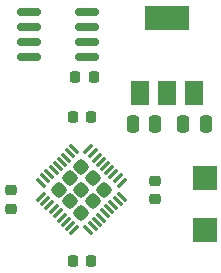
<source format=gbr>
%TF.GenerationSoftware,KiCad,Pcbnew,7.0.7-2.fc38*%
%TF.CreationDate,2023-11-16T23:20:59-08:00*%
%TF.ProjectId,TinySparrow,54696e79-5370-4617-9272-6f772e6b6963,rev?*%
%TF.SameCoordinates,Original*%
%TF.FileFunction,Paste,Top*%
%TF.FilePolarity,Positive*%
%FSLAX46Y46*%
G04 Gerber Fmt 4.6, Leading zero omitted, Abs format (unit mm)*
G04 Created by KiCad (PCBNEW 7.0.7-2.fc38) date 2023-11-16 23:20:59*
%MOMM*%
%LPD*%
G01*
G04 APERTURE LIST*
G04 Aperture macros list*
%AMRoundRect*
0 Rectangle with rounded corners*
0 $1 Rounding radius*
0 $2 $3 $4 $5 $6 $7 $8 $9 X,Y pos of 4 corners*
0 Add a 4 corners polygon primitive as box body*
4,1,4,$2,$3,$4,$5,$6,$7,$8,$9,$2,$3,0*
0 Add four circle primitives for the rounded corners*
1,1,$1+$1,$2,$3*
1,1,$1+$1,$4,$5*
1,1,$1+$1,$6,$7*
1,1,$1+$1,$8,$9*
0 Add four rect primitives between the rounded corners*
20,1,$1+$1,$2,$3,$4,$5,0*
20,1,$1+$1,$4,$5,$6,$7,0*
20,1,$1+$1,$6,$7,$8,$9,0*
20,1,$1+$1,$8,$9,$2,$3,0*%
G04 Aperture macros list end*
%ADD10RoundRect,0.250000X0.250000X0.475000X-0.250000X0.475000X-0.250000X-0.475000X0.250000X-0.475000X0*%
%ADD11RoundRect,0.250000X0.000000X-0.424264X0.424264X0.000000X0.000000X0.424264X-0.424264X0.000000X0*%
%ADD12RoundRect,0.062500X-0.291682X-0.380070X0.380070X0.291682X0.291682X0.380070X-0.380070X-0.291682X0*%
%ADD13RoundRect,0.062500X0.291682X-0.380070X0.380070X-0.291682X-0.291682X0.380070X-0.380070X0.291682X0*%
%ADD14R,2.000000X2.000000*%
%ADD15RoundRect,0.225000X0.225000X0.250000X-0.225000X0.250000X-0.225000X-0.250000X0.225000X-0.250000X0*%
%ADD16RoundRect,0.225000X-0.250000X0.225000X-0.250000X-0.225000X0.250000X-0.225000X0.250000X0.225000X0*%
%ADD17RoundRect,0.225000X0.250000X-0.225000X0.250000X0.225000X-0.250000X0.225000X-0.250000X-0.225000X0*%
%ADD18RoundRect,0.225000X-0.225000X-0.250000X0.225000X-0.250000X0.225000X0.250000X-0.225000X0.250000X0*%
%ADD19R,1.500000X2.000000*%
%ADD20R,3.800000X2.000000*%
%ADD21RoundRect,0.150000X0.825000X0.150000X-0.825000X0.150000X-0.825000X-0.150000X0.825000X-0.150000X0*%
G04 APERTURE END LIST*
D10*
%TO.C,C6*%
X187400000Y-93200000D03*
X185500000Y-93200000D03*
%TD*%
D11*
%TO.C,U1*%
X179231263Y-98768736D03*
X180200000Y-99737472D03*
X181168736Y-100706209D03*
X180200000Y-97800000D03*
X181168736Y-98768736D03*
X182137472Y-99737472D03*
X181168736Y-96831263D03*
X182137472Y-97800000D03*
X183106209Y-98768736D03*
D12*
X177748107Y-99360938D03*
X178101660Y-99714491D03*
X178455214Y-100068045D03*
X178808767Y-100421598D03*
X179162321Y-100775151D03*
X179515874Y-101128705D03*
X179869427Y-101482258D03*
X180222981Y-101835812D03*
X180576534Y-102189365D03*
D13*
X181760938Y-102189365D03*
X182114491Y-101835812D03*
X182468045Y-101482258D03*
X182821598Y-101128705D03*
X183175151Y-100775151D03*
X183528705Y-100421598D03*
X183882258Y-100068045D03*
X184235812Y-99714491D03*
X184589365Y-99360938D03*
D12*
X184589365Y-98176534D03*
X184235812Y-97822981D03*
X183882258Y-97469427D03*
X183528705Y-97115874D03*
X183175151Y-96762321D03*
X182821598Y-96408767D03*
X182468045Y-96055214D03*
X182114491Y-95701660D03*
X181760938Y-95348107D03*
D13*
X180576534Y-95348107D03*
X180222981Y-95701660D03*
X179869427Y-96055214D03*
X179515874Y-96408767D03*
X179162321Y-96762321D03*
X178808767Y-97115874D03*
X178455214Y-97469427D03*
X178101660Y-97822981D03*
X177748107Y-98176534D03*
%TD*%
D14*
%TO.C,D1*%
X191600000Y-97800102D03*
X191600000Y-102199898D03*
%TD*%
D15*
%TO.C,C5*%
X182200000Y-89200000D03*
X180650000Y-89200000D03*
%TD*%
%TO.C,C2*%
X182000000Y-104800000D03*
X180450000Y-104800000D03*
%TD*%
D16*
%TO.C,C4*%
X175200000Y-98825000D03*
X175200000Y-100375000D03*
%TD*%
D17*
%TO.C,C3*%
X187400000Y-99550000D03*
X187400000Y-98000000D03*
%TD*%
D10*
%TO.C,C7*%
X191700000Y-93200000D03*
X189800000Y-93200000D03*
%TD*%
D18*
%TO.C,C1*%
X180450000Y-92600000D03*
X182000000Y-92600000D03*
%TD*%
D19*
%TO.C,U2*%
X186100000Y-90550000D03*
X188400000Y-90550000D03*
D20*
X188400000Y-84250000D03*
D19*
X190700000Y-90550000D03*
%TD*%
D21*
%TO.C,U3*%
X181675000Y-87505000D03*
X181675000Y-86235000D03*
X181675000Y-84965000D03*
X181675000Y-83695000D03*
X176725000Y-83695000D03*
X176725000Y-84965000D03*
X176725000Y-86235000D03*
X176725000Y-87505000D03*
%TD*%
M02*

</source>
